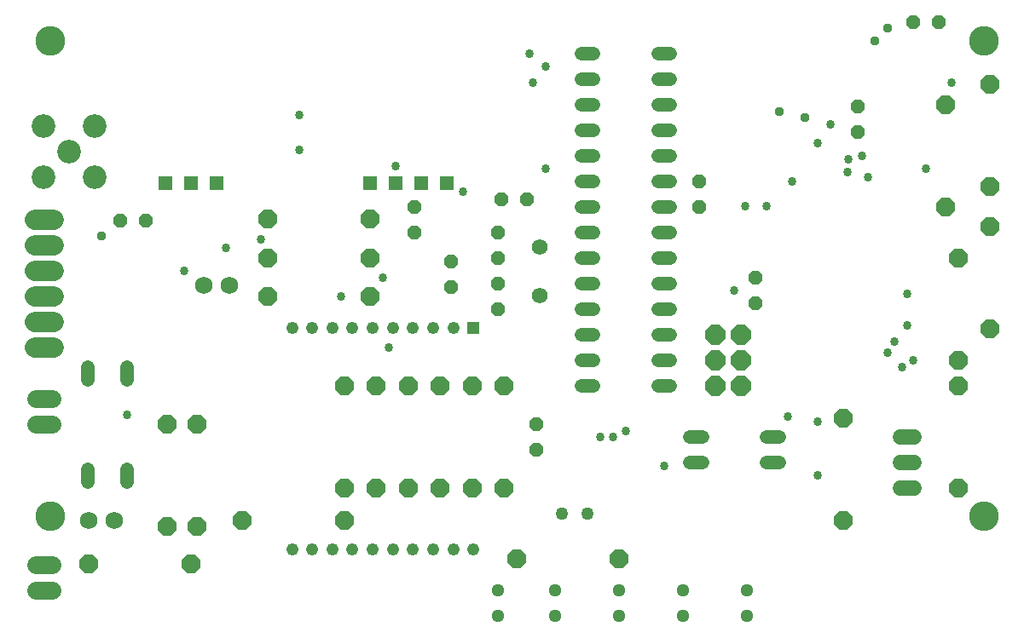
<source format=gbs>
G75*
G70*
%OFA0B0*%
%FSLAX24Y24*%
%IPPOS*%
%LPD*%
%AMOC8*
5,1,8,0,0,1.08239X$1,22.5*
%
%ADD10C,0.1162*%
%ADD11C,0.0620*%
%ADD12OC8,0.0540*%
%ADD13C,0.0800*%
%ADD14OC8,0.0800*%
%ADD15C,0.0690*%
%ADD16C,0.0540*%
%ADD17R,0.0535X0.0535*%
%ADD18OC8,0.0720*%
%ADD19R,0.0480X0.0480*%
%ADD20C,0.0480*%
%ADD21C,0.0926*%
%ADD22C,0.0510*%
%ADD23C,0.0496*%
%ADD24C,0.0692*%
%ADD25C,0.0614*%
%ADD26C,0.0337*%
%ADD27C,0.0376*%
D10*
X001683Y005083D03*
X001683Y023683D03*
X038183Y023683D03*
X038183Y005083D03*
D11*
X020808Y013733D03*
X020808Y015633D03*
D12*
X019178Y015183D03*
X019178Y014183D03*
X019178Y013183D03*
X017371Y014058D03*
X017371Y015058D03*
X015933Y016183D03*
X015933Y017183D03*
X019308Y017496D03*
X020308Y017496D03*
X019178Y016183D03*
X027058Y017183D03*
X027058Y018183D03*
X029246Y014433D03*
X029246Y013433D03*
X020683Y008683D03*
X020683Y007683D03*
X005433Y016682D03*
X004433Y016682D03*
X033246Y020121D03*
X033246Y021121D03*
X035433Y024433D03*
X036433Y024433D03*
D13*
X001816Y016683D02*
X001076Y016683D01*
X001076Y015683D02*
X001816Y015683D01*
X001816Y014683D02*
X001076Y014683D01*
X001076Y013683D02*
X001816Y013683D01*
X001816Y012683D02*
X001076Y012683D01*
X001076Y011683D02*
X001816Y011683D01*
D14*
X027683Y011183D03*
X028683Y011183D03*
X028683Y012183D03*
X027683Y012183D03*
X027683Y010183D03*
X028683Y010183D03*
D15*
X008683Y014121D03*
X007683Y014121D03*
X004189Y004939D03*
X003189Y004939D03*
D16*
X003167Y006440D02*
X003167Y006920D01*
X004683Y006923D02*
X004683Y006443D01*
X004683Y010443D02*
X004683Y010923D01*
X003167Y010920D02*
X003167Y010440D01*
X022443Y010183D02*
X022923Y010183D01*
X022923Y011183D02*
X022443Y011183D01*
X022443Y012183D02*
X022923Y012183D01*
X022923Y013183D02*
X022443Y013183D01*
X022443Y014183D02*
X022923Y014183D01*
X022923Y015183D02*
X022443Y015183D01*
X022443Y016183D02*
X022923Y016183D01*
X022923Y017183D02*
X022443Y017183D01*
X022443Y018183D02*
X022923Y018183D01*
X022923Y019183D02*
X022443Y019183D01*
X022443Y020183D02*
X022923Y020183D01*
X022923Y021183D02*
X022443Y021183D01*
X022443Y022183D02*
X022923Y022183D01*
X022923Y023183D02*
X022443Y023183D01*
X025443Y023183D02*
X025923Y023183D01*
X025923Y022183D02*
X025443Y022183D01*
X025443Y021183D02*
X025923Y021183D01*
X025923Y020183D02*
X025443Y020183D01*
X025443Y019183D02*
X025923Y019183D01*
X025923Y018183D02*
X025443Y018183D01*
X025443Y017183D02*
X025923Y017183D01*
X025923Y016183D02*
X025443Y016183D01*
X025443Y015183D02*
X025923Y015183D01*
X025923Y014183D02*
X025443Y014183D01*
X025443Y013183D02*
X025923Y013183D01*
X025923Y012183D02*
X025443Y012183D01*
X025443Y011183D02*
X025923Y011183D01*
X025923Y010183D02*
X025443Y010183D01*
X026693Y008183D02*
X027173Y008183D01*
X027173Y007183D02*
X026693Y007183D01*
X029693Y007183D02*
X030173Y007183D01*
X030173Y008183D02*
X029693Y008183D01*
D17*
X017183Y018121D03*
X016183Y018121D03*
X015183Y018121D03*
X014183Y018121D03*
X008183Y018121D03*
X007183Y018121D03*
X006183Y018121D03*
D18*
X010183Y016746D03*
X010183Y015183D03*
X010183Y013683D03*
X014183Y013683D03*
X014183Y015183D03*
X014183Y016746D03*
X014433Y010183D03*
X013183Y010183D03*
X015683Y010183D03*
X016933Y010183D03*
X018183Y010183D03*
X019433Y010183D03*
X019433Y006183D03*
X018183Y006183D03*
X016933Y006183D03*
X015683Y006183D03*
X014433Y006183D03*
X013183Y006183D03*
X013183Y004933D03*
X009183Y004933D03*
X007433Y004683D03*
X006246Y004683D03*
X007183Y003246D03*
X003183Y003246D03*
X006246Y008683D03*
X007433Y008683D03*
X019933Y003433D03*
X023933Y003433D03*
X032683Y004933D03*
X037183Y006183D03*
X032683Y008933D03*
X037183Y010183D03*
X037183Y011183D03*
X038433Y012433D03*
X037183Y015183D03*
X038433Y016433D03*
X036683Y017183D03*
X038433Y017996D03*
X036683Y021183D03*
X038433Y021996D03*
D19*
X018227Y012452D03*
D20*
X017439Y012452D03*
X016652Y012452D03*
X015864Y012452D03*
X015077Y012452D03*
X014290Y012452D03*
X013502Y012452D03*
X012715Y012452D03*
X011927Y012452D03*
X011140Y012452D03*
X011140Y003790D03*
X011927Y003790D03*
X012715Y003790D03*
X013502Y003790D03*
X014290Y003790D03*
X015077Y003790D03*
X015864Y003790D03*
X016652Y003790D03*
X017439Y003790D03*
X018227Y003790D03*
D21*
X003433Y018371D03*
X002433Y019371D03*
X001433Y020371D03*
X003433Y020371D03*
X001433Y018371D03*
D22*
X019183Y002183D03*
X019183Y001183D03*
X021433Y001183D03*
X021433Y002183D03*
X023933Y002183D03*
X023933Y001183D03*
X026433Y001183D03*
X026433Y002183D03*
X028933Y002183D03*
X028933Y001183D03*
D23*
X022683Y005183D03*
X021683Y005183D03*
D24*
X001750Y002183D02*
X001117Y002183D01*
X001117Y003183D02*
X001750Y003183D01*
X001750Y008683D02*
X001117Y008683D01*
X001117Y009683D02*
X001750Y009683D01*
D25*
X034907Y008183D02*
X035460Y008183D01*
X035460Y007183D02*
X034907Y007183D01*
X034907Y006183D02*
X035460Y006183D01*
D26*
X031683Y006683D03*
X031683Y008808D03*
X030526Y008996D03*
X034433Y011496D03*
X034683Y011933D03*
X035183Y012558D03*
X035183Y013808D03*
X035433Y011183D03*
X034996Y010933D03*
X028433Y013933D03*
X028871Y017246D03*
X029683Y017246D03*
X030683Y018183D03*
X031683Y019683D03*
X032183Y020433D03*
X032902Y019058D03*
X033433Y019183D03*
X032871Y018558D03*
X033652Y018371D03*
X035933Y018683D03*
X036933Y022058D03*
X021058Y022683D03*
X020558Y022058D03*
X020433Y023183D03*
X015183Y018808D03*
X017808Y017808D03*
X021058Y018683D03*
X014683Y014433D03*
X013058Y013683D03*
X014933Y011683D03*
X009933Y015933D03*
X008558Y015590D03*
X006933Y014683D03*
X011433Y019433D03*
X011433Y020808D03*
X004683Y009058D03*
X023183Y008183D03*
X023683Y008183D03*
X024183Y008433D03*
X025683Y007058D03*
D27*
X031183Y020683D03*
X030183Y020933D03*
X033933Y023683D03*
X034433Y024183D03*
X003683Y016058D03*
M02*

</source>
